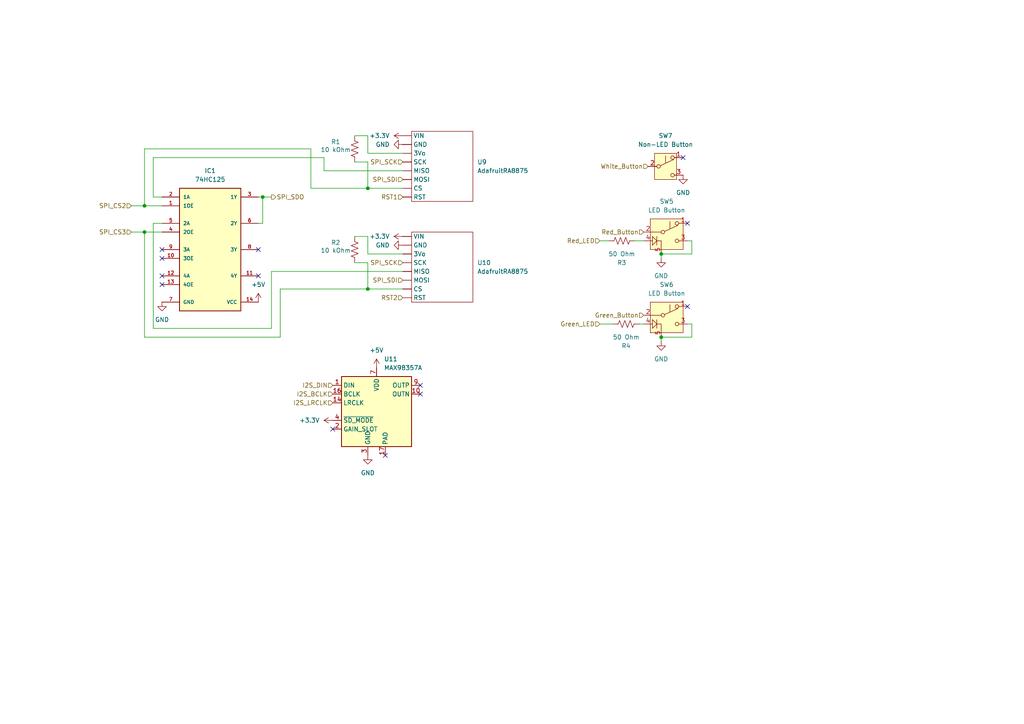
<source format=kicad_sch>
(kicad_sch (version 20250114) (generator "eeschema") (generator_version "9.0")
  (paper "A4")
  (lib_symbols
    (symbol "74HC125:74HC125" (pin_names (offset 1.016))
      (property "Reference" "IC" (at -5.0815 22.8665 0))
      (property "Value" "74HC125" (at -5.0884 -17.8093 0))
      (symbol "74HC125_0_0"
        (rectangle (start -5.08 -15.24) (end 12.7 20.32) (stroke (width 0.254)) (fill (type background)))
        (pin bidirectional line (at -10.16 17.78 0) (length 5.08) (name "1A") (number "2"))
        (pin bidirectional line (at -10.16 15.24 0) (length 5.08) (name "1OE") (number "1"))
        (pin bidirectional line (at -10.16 10.16 0) (length 5.08) (name "2A") (number "5"))
        (pin bidirectional line (at -10.16 7.62 0) (length 5.08) (name "2OE") (number "4"))
        (pin bidirectional line (at -10.16 2.54 0) (length 5.08) (name "3A") (number "9"))
        (pin bidirectional line (at -10.16 0 0) (length 5.08) (name "3OE") (number "10"))
        (pin bidirectional line (at -10.16 -5.08 0) (length 5.08) (name "4A") (number "12"))
        (pin bidirectional line (at -10.16 -7.62 0) (length 5.08) (name "4OE") (number "13"))
        (pin bidirectional line (at -10.16 -12.7 0) (length 5.08) (name "GND") (number "7"))
        (pin bidirectional line (at 17.78 17.78 180) (length 5.08) (name "1Y") (number "3"))
        (pin bidirectional line (at 17.78 10.16 180) (length 5.08) (name "2Y") (number "6"))
        (pin bidirectional line (at 17.78 2.54 180) (length 5.08) (name "3Y") (number "8"))
        (pin bidirectional line (at 17.78 -5.08 180) (length 5.08) (name "4Y") (number "11"))
        (pin bidirectional line (at 17.78 -12.7 180) (length 5.08) (name "VCC") (number "14"))
      )
    )
    (symbol "Adafruit_RA8875_1"
      (property "Reference" "U9" (at -1.2701 10.16 90))
      (property "Value" "AdafruitRA8875" (at 1.2699 10.16 90))
      (symbol "Adafruit_RA8875_1_0_1"
        (rectangle (start -10.16 8.89) (end 10.16 -8.89))
      )
      (symbol "Adafruit_RA8875_1_1_1"
        (pin power_in line (at -8.89 -11.43 90) (length 2.54) (name "VIN") (number ""))
        (pin power_out line (at -6.35 -11.43 90) (length 2.54) (name "GND") (number ""))
        (pin power_out line (at -3.81 -11.43 90) (length 2.54) (name "3Vo") (number ""))
        (pin input line (at -1.27 -11.43 90) (length 2.54) (name "SCK") (number ""))
        (pin output line (at 1.27 -11.43 90) (length 2.54) (name "MISO") (number ""))
        (pin input line (at 3.81 -11.43 90) (length 2.54) (name "MOSI") (number ""))
        (pin input line (at 6.35 -11.43 90) (length 2.54) (name "CS") (number ""))
        (pin input line (at 8.89 -11.43 90) (length 2.54) (name "RST") (number ""))
      )
    )
    (symbol "Audio:MAX98357A"
      (property "Reference" "U" (at -8.89 11.43 0))
      (property "Value" "MAX98357A" (at 10.16 11.43 0))
      (symbol "MAX98357A_1_1"
        (rectangle (start -10.16 10.16) (end 10.16 -10.16) (stroke (width 0.254)) (fill (type background)))
        (pin input line (at -12.7 7.62 0) (length 2.54) (name "DIN") (number "1"))
        (pin input line (at -12.7 5.08 0) (length 2.54) (name "BCLK") (number "16"))
        (pin input line (at -12.7 2.54 0) (length 2.54) (name "LRCLK") (number "14"))
        (pin input line (at -12.7 -2.54 0) (length 2.54) (name "~{SD_MODE}") (number "4"))
        (pin passive line (at -12.7 -5.08 0) (length 2.54) (name "GAIN_SLOT") (number "2"))
        (pin passive line (at -2.54 -12.7 90) (length 2.54) (hide yes) (name "GND") (number "11"))
        (pin passive line (at -2.54 -12.7 90) (length 2.54) (hide yes) (name "GND") (number "15"))
        (pin power_in line (at -2.54 -12.7 90) (length 2.54) (name "GND") (number "3"))
        (pin power_in line (at 0 12.7 270) (length 2.54) (name "VDD") (number "7"))
        (pin passive line (at 0 12.7 270) (length 2.54) (hide yes) (name "VDD") (number "8"))
        (pin unspecified line (at 2.54 -12.7 90) (length 2.54) (name "PAD") (number "17"))
        (pin no_connect line (at 10.16 2.54 180) (length 2.54) (hide yes) (name "NC") (number "5"))
        (pin no_connect line (at 10.16 0 180) (length 2.54) (hide yes) (name "NC") (number "6"))
        (pin no_connect line (at 10.16 -5.08 180) (length 2.54) (hide yes) (name "NC") (number "12"))
        (pin no_connect line (at 10.16 -7.62 180) (length 2.54) (hide yes) (name "NC") (number "13"))
        (pin output line (at 12.7 7.62 180) (length 2.54) (name "OUTP") (number "9"))
        (pin output line (at 12.7 5.08 180) (length 2.54) (name "OUTN") (number "10"))
      )
    )
    (symbol "Custom_Parts:Adafruit_RA8875"
      (property "Reference" "U9" (at -1.2701 10.16 90))
      (property "Value" "AdafruitRA8875" (at 1.2699 10.16 90))
      (symbol "Adafruit_RA8875_0_1"
        (rectangle (start -10.16 8.89) (end 10.16 -8.89))
      )
      (symbol "Adafruit_RA8875_1_1"
        (pin power_in line (at -8.89 -11.43 90) (length 2.54) (name "VIN") (number ""))
        (pin power_out line (at -6.35 -11.43 90) (length 2.54) (name "GND") (number ""))
        (pin power_out line (at -3.81 -11.43 90) (length 2.54) (name "3Vo") (number ""))
        (pin input line (at -1.27 -11.43 90) (length 2.54) (name "SCK") (number ""))
        (pin output line (at 1.27 -11.43 90) (length 2.54) (name "MISO") (number ""))
        (pin input line (at 3.81 -11.43 90) (length 2.54) (name "MOSI") (number ""))
        (pin input line (at 6.35 -11.43 90) (length 2.54) (name "CS") (number ""))
        (pin input line (at 8.89 -11.43 90) (length 2.54) (name "RST") (number ""))
      )
    )
    (symbol "Device:R_US" (pin_numbers (hide yes)) (pin_names (offset 0))
      (property "Reference" "R" (at 2.54 0 90))
      (property "Value" "R_US" (at -2.54 0 90))
      (symbol "R_US_0_1"
        (polyline (pts (xy 0 2.286) (xy 0 2.54)))
        (polyline (pts (xy 0 2.286) (xy 1.016 1.905) (xy 0 1.524) (xy -1.016 1.143) (xy 0 0.762)))
        (polyline (pts (xy 0 0.762) (xy 1.016 0.381) (xy 0 0) (xy -1.016 -0.381) (xy 0 -0.762)))
        (polyline (pts (xy 0 -0.762) (xy 1.016 -1.143) (xy 0 -1.524) (xy -1.016 -1.905) (xy 0 -2.286)))
        (polyline (pts (xy 0 -2.286) (xy 0 -2.54)))
      )
      (symbol "R_US_1_1"
        (pin passive line (at 0 3.81 270) (length 1.27) (name "~") (number "1"))
        (pin passive line (at 0 -3.81 90) (length 1.27) (name "~") (number "2"))
      )
    )
    (symbol "SW_Push_SPDT_2" (pin_names (offset 0) (hide yes))
      (property "Reference" "SW4" (at 2.2225 8.89 0))
      (property "Value" "LED Button" (at 2.2225 6.35 0))
      (symbol "SW_Push_SPDT_2_0_0"
        (circle (center 0.508 0) (radius 0.508))
        (polyline (pts (xy 2.54 1.016) (xy 2.54 3.048)))
        (circle (center 4.572 -2.54) (radius 0.508))
      )
      (symbol "SW_Push_SPDT_2_0_1"
        (polyline (pts (xy -2.54 0) (xy 0 0)))
        (polyline (pts (xy -2.54 -1.27) (xy -2.54 -3.81) (xy -1.27 -2.54) (xy -2.54 -1.27)))
        (polyline (pts (xy -1.27 -1.27) (xy -1.27 -3.81)))
        (polyline (pts (xy -1.27 -2.54) (xy 0 -2.54) (xy 0 -3.81)))
        (polyline (pts (xy 1.016 0.2032) (xy 4.8768 1.9812)))
        (circle (center 4.572 2.54) (radius 0.508))
      )
      (symbol "SW_Push_SPDT_2_1_1"
        (rectangle (start -3.175 3.81) (end 6.35 -5.08) (fill (type background)))
        (pin passive line (at -5.08 0 0) (length 2.54) (name "B") (number "2"))
        (pin power_in line (at -5.08 -2.54 0) (length 2.54) (name "LED_IN") (number "4"))
        (pin power_out line (at 0 -6.35 90) (length 2.54) (name "GND") (number "5"))
        (pin passive line (at 7.62 2.54 180) (length 2.54) (name "A") (number "1"))
        (pin passive line (at 7.62 -2.54 180) (length 2.54) (name "C") (number "3"))
      )
    )
    (symbol "Switch:SW_Push_SPDT" (pin_names (offset 0) (hide yes))
      (property "Reference" "SW" (at 0 5.08 0))
      (property "Value" "SW_Push_SPDT" (at 0 -5.08 0))
      (symbol "SW_Push_SPDT_0_0"
        (circle (center -2.032 0) (radius 0.508))
        (polyline (pts (xy 0 1.016) (xy 0 3.048)))
        (circle (center 2.032 -2.54) (radius 0.508))
      )
      (symbol "SW_Push_SPDT_0_1"
        (polyline (pts (xy -1.524 0.2032) (xy 2.3368 1.9812)))
        (circle (center 2.032 2.54) (radius 0.508))
      )
      (symbol "SW_Push_SPDT_1_1"
        (rectangle (start -3.175 3.81) (end 3.175 -3.81) (fill (type background)))
        (pin passive line (at -5.08 0 0) (length 2.54) (name "B") (number "2"))
        (pin passive line (at 5.08 2.54 180) (length 2.54) (name "A") (number "1"))
        (pin passive line (at 5.08 -2.54 180) (length 2.54) (name "C") (number "3"))
      )
    )
    (symbol "power:+3.3V" (power) (pin_numbers (hide yes)) (pin_names (offset 0) (hide yes))
      (property "Value" "+3.3V" (at 0 3.556 0))
      (symbol "+3.3V_0_1"
        (polyline (pts (xy -0.762 1.27) (xy 0 2.54)))
        (polyline (pts (xy 0 2.54) (xy 0.762 1.27)))
        (polyline (pts (xy 0 0) (xy 0 2.54)))
      )
      (symbol "+3.3V_1_1"
        (pin power_in line (at 0 0 90) (length 0) (name "~") (number "1"))
      )
    )
    (symbol "power:+5V" (power) (pin_numbers (hide yes)) (pin_names (offset 0) (hide yes))
      (property "Value" "+5V" (at 0 3.556 0))
      (symbol "+5V_0_1"
        (polyline (pts (xy -0.762 1.27) (xy 0 2.54)))
        (polyline (pts (xy 0 2.54) (xy 0.762 1.27)))
        (polyline (pts (xy 0 0) (xy 0 2.54)))
      )
      (symbol "+5V_1_1"
        (pin power_in line (at 0 0 90) (length 0) (name "~") (number "1"))
      )
    )
    (symbol "power:GND" (power) (pin_numbers (hide yes)) (pin_names (offset 0) (hide yes))
      (property "Value" "GND" (at 0 -3.81 0))
      (symbol "GND_0_1"
        (polyline (pts (xy 0 0) (xy 0 -1.27) (xy 1.27 -1.27) (xy 0 -2.54) (xy -1.27 -1.27) (xy 0 -1.27)))
      )
      (symbol "GND_1_1"
        (pin power_in line (at 0 0 270) (length 0) (name "~") (number "1"))
      )
    )
  )
  (junction (at 191.77 73.66))
  (junction (at 191.77 97.79))
  (junction (at 41.91 67.31))
  (junction (at 76.2 57.15))
  (junction (at 106.68 83.82))
  (junction (at 41.91 59.69))
  (junction (at 106.68 54.61))
  (no_connect (at 46.99 74.93))
  (no_connect (at 121.92 111.76))
  (no_connect (at 121.92 114.3))
  (no_connect (at 46.99 72.39))
  (no_connect (at 96.52 124.46))
  (no_connect (at 74.93 72.39))
  (no_connect (at 46.99 82.55))
  (no_connect (at 199.39 88.9))
  (no_connect (at 199.39 64.77))
  (no_connect (at 46.99 80.01))
  (no_connect (at 111.76 132.08))
  (no_connect (at 198.12 45.72))
  (no_connect (at 74.93 80.01))
  (wire (pts (xy 102.87 68.58) (xy 106.68 68.58)))
  (wire (pts (xy 106.68 76.2) (xy 106.68 83.82)))
  (wire (pts (xy 106.68 54.61) (xy 116.84 54.61)))
  (wire (pts (xy 76.2 57.15) (xy 74.93 57.15)))
  (wire (pts (xy 46.99 64.77) (xy 44.45 64.77)))
  (wire (pts (xy 93.98 49.53) (xy 116.84 49.53)))
  (wire (pts (xy 102.87 76.2) (xy 106.68 76.2)))
  (wire (pts (xy 38.1 67.31) (xy 41.91 67.31)))
  (wire (pts (xy 78.74 95.25) (xy 78.74 78.74)))
  (wire (pts (xy 41.91 67.31) (xy 46.99 67.31)))
  (wire (pts (xy 106.68 83.82) (xy 116.84 83.82)))
  (wire (pts (xy 184.15 69.85) (xy 186.69 69.85)))
  (wire (pts (xy 200.66 69.85) (xy 200.66 73.66)))
  (wire (pts (xy 199.39 93.98) (xy 200.66 93.98)))
  (wire (pts (xy 173.99 69.85) (xy 176.53 69.85)))
  (wire (pts (xy 199.39 69.85) (xy 200.66 69.85)))
  (wire (pts (xy 106.68 46.99) (xy 106.68 54.61)))
  (wire (pts (xy 191.77 99.06) (xy 191.77 97.79)))
  (wire (pts (xy 106.68 68.58) (xy 106.68 73.66)))
  (wire (pts (xy 41.91 67.31) (xy 41.91 97.79)))
  (wire (pts (xy 81.28 97.79) (xy 81.28 83.82)))
  (wire (pts (xy 41.91 59.69) (xy 41.91 43.18)))
  (wire (pts (xy 41.91 43.18) (xy 90.17 43.18)))
  (wire (pts (xy 74.93 64.77) (xy 76.2 64.77)))
  (wire (pts (xy 44.45 64.77) (xy 44.45 95.25)))
  (wire (pts (xy 41.91 97.79) (xy 81.28 97.79)))
  (wire (pts (xy 81.28 83.82) (xy 106.68 83.82)))
  (wire (pts (xy 44.45 95.25) (xy 78.74 95.25)))
  (wire (pts (xy 200.66 73.66) (xy 191.77 73.66)))
  (wire (pts (xy 106.68 39.37) (xy 106.68 44.45)))
  (wire (pts (xy 106.68 44.45) (xy 116.84 44.45)))
  (wire (pts (xy 44.45 45.72) (xy 93.98 45.72)))
  (wire (pts (xy 191.77 74.93) (xy 191.77 73.66)))
  (wire (pts (xy 93.98 45.72) (xy 93.98 49.53)))
  (wire (pts (xy 38.1 59.69) (xy 41.91 59.69)))
  (wire (pts (xy 185.42 93.98) (xy 186.69 93.98)))
  (wire (pts (xy 106.68 73.66) (xy 116.84 73.66)))
  (wire (pts (xy 41.91 59.69) (xy 46.99 59.69)))
  (wire (pts (xy 78.74 78.74) (xy 116.84 78.74)))
  (wire (pts (xy 102.87 46.99) (xy 106.68 46.99)))
  (wire (pts (xy 78.74 57.15) (xy 76.2 57.15)))
  (wire (pts (xy 200.66 97.79) (xy 191.77 97.79)))
  (wire (pts (xy 76.2 64.77) (xy 76.2 57.15)))
  (wire (pts (xy 102.87 39.37) (xy 106.68 39.37)))
  (wire (pts (xy 90.17 43.18) (xy 90.17 54.61)))
  (wire (pts (xy 44.45 45.72) (xy 44.45 57.15)))
  (wire (pts (xy 90.17 54.61) (xy 106.68 54.61)))
  (wire (pts (xy 200.66 93.98) (xy 200.66 97.79)))
  (wire (pts (xy 173.99 93.98) (xy 177.8 93.98)))
  (wire (pts (xy 44.45 57.15) (xy 46.99 57.15)))
  (hierarchical_label "White_Button" (shape input) (at 187.96 48.26 180))
  (hierarchical_label "Green_LED" (shape input) (at 173.99 93.98 180))
  (hierarchical_label "SPI_SDO" (shape output) (at 78.74 57.15 0))
  (hierarchical_label "RST1" (shape input) (at 116.84 57.15 180))
  (hierarchical_label "I2S_LRCLK" (shape input) (at 96.52 116.84 180))
  (hierarchical_label "Green_Button" (shape input) (at 186.69 91.44 180))
  (hierarchical_label "Red_LED" (shape input) (at 173.99 69.85 180))
  (hierarchical_label "SPI_SCK" (shape input) (at 116.84 46.99 180))
  (hierarchical_label "Red_Button" (shape input) (at 186.69 67.31 180))
  (hierarchical_label "SPI_SCK" (shape input) (at 116.84 76.2 180))
  (hierarchical_label "SPI_SDI" (shape input) (at 116.84 52.07 180))
  (hierarchical_label "I2S_BCLK" (shape input) (at 96.52 114.3 180))
  (hierarchical_label "SPI_CS3" (shape input) (at 38.1 67.31 180))
  (hierarchical_label "I2S_DIN" (shape input) (at 96.52 111.76 180))
  (hierarchical_label "SPI_CS2" (shape input) (at 38.1 59.69 180))
  (hierarchical_label "RST2" (shape input) (at 116.84 86.36 180))
  (hierarchical_label "SPI_SDI" (shape input) (at 116.84 81.28 180))
  (symbol (lib_id "Device:R_US") (at 102.87 43.18 180) (unit 1)
    (property "Reference" "R1" (at 96.012 41.148 0) (effects (justify right)))
    (property "Value" "10 kOhm" (at 92.964 43.434 0) (effects (justify right)))
    (property "Description" "Resistor, US symbol" (effects (hide yes)))
  )
  (symbol (lib_id "power:GND") (at 191.77 74.93 0) (unit 1)
    (property "Reference" "#PWR034" (effects (hide yes)))
    (property "Value" "GND" (at 191.77 80.01 0))
    (property "Description" "Power symbol creates a global label with name \"GND\" , ground" (effects (hide yes)))
  )
  (symbol (lib_id "power:+5V") (at 74.93 87.63 0) (unit 1)
    (property "Reference" "#PWR041" (effects (hide yes)))
    (property "Value" "+5V" (at 74.93 82.55 0))
    (property "Description" "Power symbol creates a global label with name \"+5V\"" (effects (hide yes)))
  )
  (symbol (lib_id "power:+3.3V") (at 116.84 68.58 90) (unit 1)
    (property "Reference" "#PWR032" (effects (hide yes)))
    (property "Value" "+3.3V" (at 113.03 68.5799 90) (effects (justify left)))
    (property "Description" "Power symbol creates a global label with name \"+3.3V\"" (effects (hide yes)))
  )
  (symbol (lib_id "power:+3.3V") (at 96.52 121.92 90) (unit 1)
    (property "Reference" "#PWR039" (effects (hide yes)))
    (property "Value" "+3.3V" (at 92.71 121.9199 90) (effects (justify left)))
    (property "Description" "Power symbol creates a global label with name \"+3.3V\"" (effects (hide yes)))
  )
  (symbol (lib_id "power:GND") (at 116.84 71.12 270) (unit 1)
    (property "Reference" "#PWR033" (effects (hide yes)))
    (property "Value" "GND" (at 113.03 71.1199 90) (effects (justify right)))
    (property "Description" "Power symbol creates a global label with name \"GND\" , ground" (effects (hide yes)))
  )
  (symbol (lib_id "Device:R_US") (at 102.87 72.39 180) (unit 1)
    (property "Reference" "R2" (at 96.012 70.358 0) (effects (justify right)))
    (property "Value" "10 kOhm" (at 92.964 72.644 0) (effects (justify right)))
    (property "Description" "Resistor, US symbol" (effects (hide yes)))
  )
  (symbol (lib_id "power:GND") (at 198.12 50.8 0) (unit 1)
    (property "Reference" "#PWR036" (effects (hide yes)))
    (property "Value" "GND" (at 198.12 55.88 0))
    (property "Description" "Power symbol creates a global label with name \"GND\" , ground" (effects (hide yes)))
  )
  (symbol (lib_id "Device:R_US") (at 181.61 93.98 270) (unit 1)
    (property "Reference" "R4" (at 181.61 100.33 90))
    (property "Value" "50 Ohm" (at 181.61 97.79 90))
    (property "Description" "Resistor, US symbol" (effects (hide yes)))
  )
  (symbol (lib_id "74HC125:74HC125") (at 57.15 74.93 0) (unit 1)
    (property "Reference" "IC1" (at 60.96 49.53 0))
    (property "Value" "74HC125" (at 60.96 52.07 0))
    (property "Footprint" "74HC125:SOIC-14" (effects (hide yes)))
    (property "MF" "Nexperia USA" (effects (hide yes)))
    (property "Description_1" "Buffer, Non-Inverting 4 Element 1 Bit per Element 3-State Output 14-TSSOP" (effects (hide yes)))
    (property "Package" "SO-14 NXP USA" (effects (hide yes)))
    (property "Price" "None" (effects (hide yes)))
    (property "SnapEDA_Link" "https://www.snapeda.com/parts/74HC125/Nexperia/view-part/?ref=snap" (effects (hide yes)))
    (property "MP" "74HC125" (effects (hide yes)))
    (property "Availability" "In Stock" (effects (hide yes)))
    (property "Check_prices" "https://www.snapeda.com/parts/74HC125/Nexperia/view-part/?ref=eda" (effects (hide yes)))
  )
  (symbol (lib_id "Switch:SW_Push_SPDT") (at 193.04 48.26 0) (unit 1)
    (property "Reference" "SW7" (at 193.04 39.37 0))
    (property "Value" "Non-LED Button" (at 193.04 41.91 0))
    (property "Description" "Momentary Switch, single pole double throw" (effects (hide yes)))
  )
  (symbol (lib_name "Adafruit_RA8875_1") (lib_id "Custom_Parts:Adafruit_RA8875") (at 128.27 77.47 270) (unit 1)
    (property "Reference" "U10" (at 138.43 76.1999 90) (effects (justify left)))
    (property "Value" "AdafruitRA8875" (at 138.43 78.7399 90) (effects (justify left)))
  )
  (symbol (lib_name "SW_Push_SPDT_2") (lib_id "Switch:SW_Push_SPDT") (at 191.77 67.31 0) (unit 1)
    (property "Reference" "SW5" (at 193.3575 58.42 0))
    (property "Value" "LED Button" (at 193.3575 60.96 0))
    (property "Description" "Momentary Switch, single pole double throw" (effects (hide yes)))
  )
  (symbol (lib_id "Device:R_US") (at 180.34 69.85 270) (unit 1)
    (property "Reference" "R3" (at 180.34 76.2 90))
    (property "Value" "50 Ohm" (at 180.34 73.66 90))
    (property "Description" "Resistor, US symbol" (effects (hide yes)))
  )
  (symbol (lib_id "power:GND") (at 191.77 99.06 0) (unit 1)
    (property "Reference" "#PWR035" (effects (hide yes)))
    (property "Value" "GND" (at 191.77 104.14 0))
    (property "Description" "Power symbol creates a global label with name \"GND\" , ground" (effects (hide yes)))
  )
  (symbol (lib_id "power:GND") (at 106.68 132.08 0) (unit 1)
    (property "Reference" "#PWR038" (effects (hide yes)))
    (property "Value" "GND" (at 106.68 137.16 0))
    (property "Description" "Power symbol creates a global label with name \"GND\" , ground" (effects (hide yes)))
  )
  (symbol (lib_id "power:GND") (at 46.99 87.63 0) (unit 1)
    (property "Reference" "#PWR040" (effects (hide yes)))
    (property "Value" "GND" (at 46.99 92.71 0))
    (property "Description" "Power symbol creates a global label with name \"GND\" , ground" (effects (hide yes)))
  )
  (symbol (lib_id "power:+3.3V") (at 116.84 39.37 90) (unit 1)
    (property "Reference" "#PWR028" (effects (hide yes)))
    (property "Value" "+3.3V" (at 113.03 39.3699 90) (effects (justify left)))
    (property "Description" "Power symbol creates a global label with name \"+3.3V\"" (effects (hide yes)))
  )
  (symbol (lib_name "SW_Push_SPDT_2") (lib_id "Switch:SW_Push_SPDT") (at 191.77 91.44 0) (unit 1)
    (property "Reference" "SW6" (at 193.3575 82.55 0))
    (property "Value" "LED Button" (at 193.3575 85.09 0))
    (property "Description" "Momentary Switch, single pole double throw" (effects (hide yes)))
  )
  (symbol (lib_id "power:+5V") (at 109.22 106.68 0) (unit 1)
    (property "Reference" "#PWR037" (effects (hide yes)))
    (property "Value" "+5V" (at 109.22 101.6 0))
    (property "Description" "Power symbol creates a global label with name \"+5V\"" (effects (hide yes)))
  )
  (symbol (lib_id "Audio:MAX98357A") (at 109.22 119.38 0) (unit 1)
    (property "Reference" "U11" (at 111.3633 104.14 0) (effects (justify left)))
    (property "Value" "MAX98357A" (at 111.3633 106.68 0) (effects (justify left)))
    (property "Footprint" "Package_DFN_QFN:TQFN-16-1EP_3x3mm_P0.5mm_EP1.23x1.23mm" (effects (hide yes)))
    (property "Datasheet" "https://www.analog.com/media/en/technical-documentation/data-sheets/MAX98357A-MAX98357B.pdf" (effects (hide yes)))
    (property "Description" "Mono DAC with amplifier, I2S, PCM, TDM, 32-bit, 96khz, 3.2W, TQFP-16" (effects (hide yes)))
  )
  (symbol (lib_id "power:GND") (at 116.84 41.91 270) (unit 1)
    (property "Reference" "#PWR029" (effects (hide yes)))
    (property "Value" "GND" (at 113.03 41.9099 90) (effects (justify right)))
    (property "Description" "Power symbol creates a global label with name \"GND\" , ground" (effects (hide yes)))
  )
  (symbol (lib_id "Custom_Parts:Adafruit_RA8875") (at 128.27 48.26 270) (unit 1)
    (property "Reference" "U9" (at 138.43 46.9899 90) (effects (justify left)))
    (property "Value" "AdafruitRA8875" (at 138.43 49.5299 90) (effects (justify left)))
  )
)
</source>
